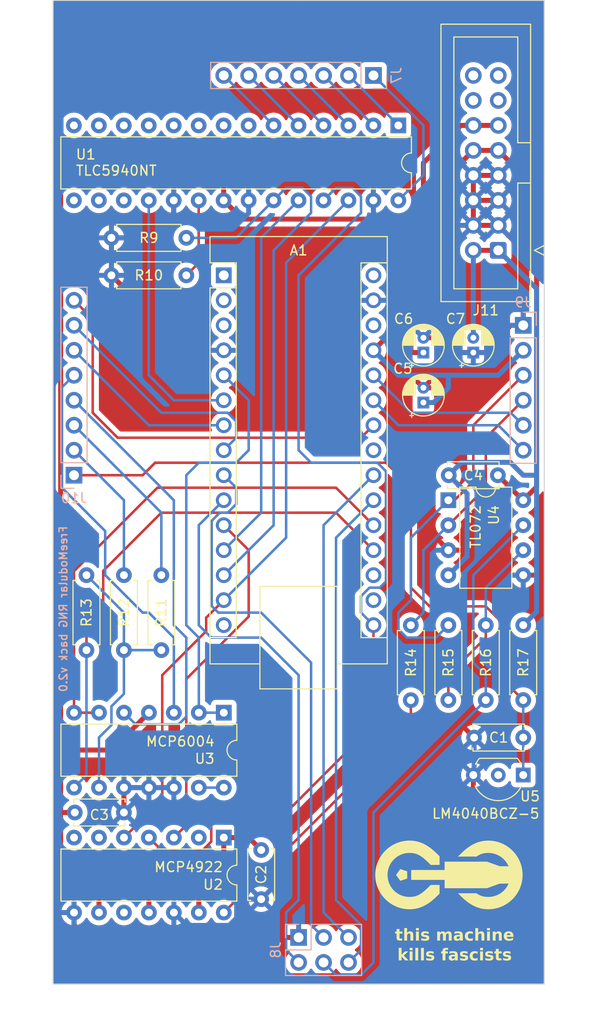
<source format=kicad_pcb>
(kicad_pcb (version 20221018) (generator pcbnew)
  (title_block (title "RNG") (date "2023-04-12") (rev "v2.0") (company "FreeModular"))
  (layers (0 "F.Cu" signal) (31 "B.Cu" signal) (34 "B.Paste" user) (35 "F.Paste" user) (36 "B.SilkS" user "B.Silkscreen") (37 "F.SilkS" user "F.Silkscreen") (38 "B.Mask" user) (39 "F.Mask" user) (44 "Edge.Cuts" user))
  (net 0 "")
  (net 4 "GND")
  (net 5 "CV_CLOCK")
  (net 6 "LED_PWM_REF")
  (net 7 "RE_B")
  (net 8 "RE_A")
  (net 9 "GATE_B_OUT")
  (net 10 "GATE_A_OUT")
  (net 11 "DAC_CS")
  (net 12 "LED_LATCH")
  (net 13 "LED_BLANK")
  (net 14 "SPI_MOSI")
  (net 16 "SPI_SCK")
  (net 19 "CV_BIAS")
  (net 20 "CV_ENABLE")
  (net 21 "ENABLED_LED")
  (net 22 "TRIG_IN_LED")
  (net 24 "RE_SWITCH")
  (net 25 "POT_RANDOM")
  (net 26 "+5V")
  (net 29 "VREF_-5")
  (net 30 "-12V")
  (net 31 "+12V")
  (net 32 "Net-(J7-Pin_1)")
  (net 33 "Net-(J7-Pin_2)")
  (net 34 "Net-(J7-Pin_3)")
  (net 35 "Net-(J7-Pin_4)")
  (net 36 "RANDOM_OUT")
  (net 37 "GAIN_B")
  (net 38 "GAIN_A")
  (net 39 "POT_BIAS")
  (net 40 "INPUT_CV_BIAS")
  (net 41 "INPUT_CV_ENABLE")
  (net 42 "INPUT_CV_CLOCK")
  (net 43 "Net-(J7-Pin_5)")
  (net 44 "Net-(J7-Pin_6)")
  (net 45 "Net-(J7-Pin_7)")
  (net 50 "Net-(U1-IREF)")
  (net 51 "Net-(U3C--)")
  (net 52 "DAC_OUT")
  (net 53 "Net-(U4B--)")
  (net 69 "Net-(U3D--)")
  (net 70 "TRIG_SWTICH")
  (footprint "Resistor_THT:R_Axial_DIN0207_L6.3mm_D2.5mm_P7.62mm_Horizontal" (layer "F.Cu") (at 36.83 109.22 -90)
    (fp_text reference "R11")
    (fp_text value "100kΩ")
  )
  (footprint "Capacitor_THT:C_Disc_D5.0mm_W2.5mm_P5.00mm" (layer "F.Cu") (at 71.08 99.06 180)
    (fp_text reference "C4")
    (fp_text value "100nF")
  )
  (footprint "Resistor_THT:R_Axial_DIN0207_L6.3mm_D2.5mm_P7.62mm_Horizontal" (layer "F.Cu") (at 29.21 109.22 -90)
    (fp_text reference "R13")
    (fp_text value "100kΩ")
  )
  (footprint "Package_TO_SOT_THT:TO-92L_Inline_Wide" (layer "F.Cu") (at 73.66 129.54 180)
    (fp_text reference "U5")
    (fp_text value "LM4040BCZ-5")
  )
  (footprint "Connector_IDC:IDC-Header_2x08_P2.54mm_Vertical" (layer "F.Cu") (at 71.12 76.2 180)
    (fp_text reference "J11")
    (fp_text value "Eurorack_2x8_Power")
  )
  (footprint "Resistor_THT:R_Axial_DIN0207_L6.3mm_D2.5mm_P7.62mm_Horizontal" (layer "F.Cu") (at 33.02 109.22 -90)
    (fp_text reference "R12")
    (fp_text value "100kΩ")
  )
  (footprint "Capacitor_THT:CP_Radial_D4.0mm_P1.50mm" (layer "F.Cu") (at 63.5 91.67 90)
    (fp_text reference "C5")
    (fp_text value "10uF")
  )
  (footprint "Module:Arduino_Nano" (layer "F.Cu") (at 43.18 78.74)
    (fp_text reference "A1")
    (fp_text value "Arduino_Nano_v3.x")
  )
  (footprint "Resistor_THT:R_Axial_DIN0207_L6.3mm_D2.5mm_P7.62mm_Horizontal" (layer "F.Cu") (at 39.37 78.74 180)
    (fp_text reference "R10")
    (fp_text value "100kΩ")
  )
  (footprint "Resistor_THT:R_Axial_DIN0207_L6.3mm_D2.5mm_P7.62mm_Horizontal" (layer "F.Cu") (at 73.66 114.3 -90)
    (fp_text reference "R17")
    (fp_text value "470Ω")
  )
  (footprint "Capacitor_THT:CP_Radial_D4.0mm_P1.50mm" (layer "F.Cu") (at 68.58 86.59 90)
    (fp_text reference "C7")
    (fp_text value "10uF")
  )
  (footprint "Package_DIP:DIP-14_W7.62mm" (layer "F.Cu") (at 43.185 123.2 -90)
    (fp_text reference "U3")
    (fp_text value "MCP6004")
  )
  (footprint "Package_DIP:DIP-14_W7.62mm" (layer "F.Cu") (at 43.185 135.9 -90)
    (fp_text reference "U2")
    (fp_text value "MCP4922")
  )
  (footprint "Resistor_THT:R_Axial_DIN0207_L6.3mm_D2.5mm_P7.62mm_Horizontal" (layer "F.Cu") (at 39.37 74.93 180)
    (fp_text reference "R9")
    (fp_text value "100kΩ")
  )
  (footprint "Package_DIP:DIP-8_W7.62mm" (layer "F.Cu") (at 66.04 101.6)
    (fp_text reference "U4")
    (fp_text value "TL072")
  )
  (footprint "Capacitor_THT:CP_Radial_D4.0mm_P1.50mm" (layer "F.Cu") (at 63.5 86.59 90)
    (fp_text reference "C6")
    (fp_text value "10uF")
  )
  (footprint "Capacitor_THT:C_Disc_D5.0mm_W2.5mm_P5.00mm" (layer "F.Cu") (at 73.66 125.73 180)
    (fp_text reference "C1")
    (fp_text value "100nF")
  )
  (footprint "FreeModualr:logo" (layer "F.Cu") (at 66.04 139.7)
    (fp_text reference "G***" hide)
    (fp_text value "LOGO" hide)
  )
  (footprint "Package_DIP:DIP-28_W7.62mm" (layer "F.Cu") (at 60.95 63.5 -90)
    (fp_text reference "U1")
    (fp_text value "TLC5940NT")
  )
  (footprint "Capacitor_THT:C_Disc_D5.0mm_W2.5mm_P5.00mm" (layer "F.Cu") (at 46.99 137.16 -90)
    (fp_text reference "C2")
    (fp_text value "100nF")
  )
  (footprint "Resistor_THT:R_Axial_DIN0207_L6.3mm_D2.5mm_P7.62mm_Horizontal" (layer "F.Cu") (at 69.85 114.3 -90)
    (fp_text reference "R16")
    (fp_text value "100kΩ")
  )
  (footprint "Capacitor_THT:C_Disc_D5.0mm_W2.5mm_P5.00mm" (layer "F.Cu") (at 28.02 133.35)
    (fp_text reference "C3")
    (fp_text value "100nF")
  )
  (footprint "Resistor_THT:R_Axial_DIN0207_L6.3mm_D2.5mm_P7.62mm_Horizontal" (layer "F.Cu") (at 62.22 121.93 90)
    (fp_text reference "R14")
    (fp_text value "50kΩ")
  )
  (footprint "Resistor_THT:R_Axial_DIN0207_L6.3mm_D2.5mm_P7.62mm_Horizontal" (layer "F.Cu") (at 66.04 114.3 -90)
    (fp_text reference "R15")
    (fp_text value "50kΩ")
  )
  (footprint "Connector_PinHeader_2.54mm:PinHeader_1x08_P2.54mm_Vertical" (layer "B.Cu") (at 27.94 99.06)
    (fp_text reference "J10")
    (fp_text value "Conn_01x08_Socket")
  )
  (footprint "Connector_PinHeader_2.54mm:PinHeader_1x07_P2.54mm_Vertical" (layer "B.Cu") (at 58.42 58.42 90)
    (fp_text reference "J7")
    (fp_text value "Conn_01x07_Socket")
  )
  (footprint "Connector_PinHeader_2.54mm:PinHeader_2x03_P2.54mm_Vertical" (layer "B.Cu") (at 50.8 146.05 -90)
    (fp_text reference "J8")
    (fp_text value "Conn_02x03_Socket")
  )
  (footprint "Connector_PinHeader_2.54mm:PinHeader_1x06_P2.54mm_Vertical" (layer "B.Cu") (at 73.66 83.82 180)
    (fp_text reference "J9")
    (fp_text value "Conn_01x06_Socket")
  )
  (gr_line (start 25.8 150.8) (end 75.8 150.8) (stroke (width 0.1)) (layer "Edge.Cuts"))
  (gr_line (start 25.8 50.8) (end 50.8 50.8) (stroke (width 0.1)) (layer "Edge.Cuts"))
  (gr_line (start 75.8 50.8) (end 75.8 150.8) (stroke (width 0.1)) (layer "Edge.Cuts"))
  (gr_line (start 50.8 50.8) (end 75.8 50.8) (stroke (width 0.1)) (layer "Edge.Cuts"))
  (gr_line (start 25.8 50.8) (end 25.8 150.8) (stroke (width 0.1)) (layer "Edge.Cuts"))
  (gr_text "FreeModular RNG back v2.0" (at 27.321537 104.14 90) (layer "B.SilkS") (effects (font (size 0.8 0.8) (thickness 0.15) bold) (justify left bottom mirror)))
  (gr_text "this machine\nkills fascists" (at 66.675 148.59) (layer "F.SilkS") (effects (font (size 1.2 1.2) (thickness 0.3) bold) (justify bottom)))
  (segment (start 71.12 85.09) (end 71.12 86.59) (width 0.508) (layer "F.Cu") (net 4))
  (segment (start 72.39 83.82) (end 71.12 85.09) (width 0.508) (layer "F.Cu") (net 4))
  (segment (start 63.412 149.948) (end 40.728 149.948) (width 0.508) (layer "F.Cu") (net 4))
  (segment (start 27.945 144.785) (end 29.21 146.05) (width 0.508) (layer "F.Cu") (net 4))
  (segment (start 71.12 73.66) (end 68.58 73.66) (width 0.508) (layer "F.Cu") (net 4))
  (segment (start 63.5 96.52) (end 67.31 92.71) (width 0.508) (layer "F.Cu") (net 4))
  (segment (start 73.66 83.82) (end 72.39 83.82) (width 0.508) (layer "F.Cu") (net 4))
  (segment (start 68.58 144.78) (end 63.412 149.948) (width 0.508) (layer "F.Cu") (net 4))
  (segment (start 29.21 146.05) (end 38.105 146.05) (width 0.508) (layer "F.Cu") (net 4))
  (segment (start 66.04 106.68) (end 63.5 104.14) (width 0.508) (layer "F.Cu") (net 4))
  (segment (start 38.1 72.39) (end 35.56 74.93) (width 0.508) (layer "F.Cu") (net 4))
  (segment (start 67.31 92.71) (end 71.12 88.9) (width 0.508) (layer "F.Cu") (net 4))
  (segment (start 73.66 76.2) (end 71.12 73.66) (width 0.508) (layer "F.Cu") (net 4))
  (segment (start 71.12 109.22) (end 68.58 106.68) (width 0.508) (layer "F.Cu") (net 4))
  (segment (start 71.12 86.59) (end 71.12 88.9) (width 0.508) (layer "F.Cu") (net 4))
  (segment (start 40.728 149.948) (end 38.1 147.32) (width 0.508) (layer "F.Cu") (net 4))
  (segment (start 68.58 71.12) (end 68.58 68.58) (width 0.508) (layer "F.Cu") (net 4))
  (segment (start 68.58 68.58) (end 71.12 68.58) (width 0.508) (layer "F.Cu") (net 4))
  (segment (start 68.58 129.54) (end 68.58 144.78) (width 0.508) (layer "F.Cu") (net 4))
  (segment (start 68.58 73.66) (end 68.58 71.12) (width 0.508) (layer "F.Cu") (net 4))
  (segment (start 63.5 104.14) (end 63.5 96.52) (width 0.508) (layer "F.Cu") (net 4))
  (segment (start 33.02 133.35) (end 33.02 130.825) (width 0.508) (layer "F.Cu") (net 4))
  (segment (start 39.37 86.36) (end 31.75 78.74) (width 0.508) (layer "F.Cu") (net 4))
  (segment (start 71.12 71.12) (end 68.58 71.12) (width 0.508) (layer "F.Cu") (net 4))
  (segment (start 38.1 147.32) (end 38.105 147.315) (width 0.508) (layer "F.Cu") (net 4))
  (segment (start 31.75 74.93) (end 31.75 78.74) (width 0.508) (layer "F.Cu") (net 4))
  (segment (start 63.5 90.17) (end 64.77 90.17) (width 0.508) (layer "F.Cu") (net 4))
  (segment (start 73.66 109.22) (end 71.12 109.22) (width 0.508) (layer "F.Cu") (net 4))
  (segment (start 50.8 146.05) (end 38.105 146.05) (width 0.508) (layer "F.Cu") (net 4))
  (segment (start 73.66 83.82) (end 73.66 76.2) (width 0.508) (layer "F.Cu") (net 4))
  (segment (start 63.5 85.09) (end 65.716 85.09) (width 0.508) (layer "F.Cu") (net 4))
  (segment (start 68.58 86.59) (end 71.12 86.59) (width 0.508) (layer "F.Cu") (net 4))
  (segment (start 65.716 85.09) (end 67.216 86.59) (width 0.508) (layer "F.Cu") (net 4))
  (segment (start 68.58 106.68) (end 66.04 106.68) (width 0.508) (layer "F.Cu") (net 4))
  (segment (start 43.18 86.36) (end 39.37 86.36) (width 0.508) (layer "F.Cu") (net 4))
  (segment (start 64.77 90.17) (end 67.31 92.71) (width 0.508) (layer "F.Cu") (net 4))
  (segment (start 35.56 74.93) (end 31.75 74.93) (width 0.508) (layer "F.Cu") (net 4))
  (segment (start 38.09 72.38) (end 38.1 72.39) (width 0.508) (layer "F.Cu") (net 4))
  (segment (start 67.216 86.59) (end 68.58 86.59) (width 0.508) (layer "F.Cu") (net 4))
  (segment (start 27.945 143.52) (end 27.945 144.785) (width 0.508) (layer "F.Cu") (net 4))
  (segment (start 33.02 130.825) (end 33.025 130.82) (width 0.508) (layer "F.Cu") (net 4))
  (segment (start 38.09 71.12) (end 38.09 72.38) (width 0.508) (layer "F.Cu") (net 4))
  (segment (start 38.105 143.52) (end 38.105 146.05) (width 0.508) (layer "F.Cu") (net 4))
  (segment (start 38.105 147.315) (end 38.105 146.05) (width 0.508) (layer "F.Cu") (net 4))
  (segment (start 58.42 81.28) (end 60.325 81.28) (width 0.508) (layer "B.Cu") (net 4))
  (segment (start 43.18 133.35) (end 39.37 133.35) (width 0.508) (layer "B.Cu") (net 4))
  (segment (start 71.755 109.855) (end 71.755 122.635) (width 0.508) (layer "B.Cu") (net 4))
  (segment (start 62.23 55.88) (end 66.04 59.69) (width 0.508) (layer "B.Cu") (net 4))
  (segment (start 38.1 68.58) (end 38.1 67.31) (width 0.508) (layer "B.Cu") (net 4))
  (segment (start 44.45 134.62) (end 44.445 134.62) (width 0.508) (layer "B.Cu") (net 4))
  (segment (start 43.726792 144.828) (end 44.493 144.061792) (width 0.508) (layer "B.Cu") (net 4))
  (segment (start 33.025 130.82) (end 35.565 130.82) (width 0.508) (layer "B.Cu") (net 4))
  (segment (start 26.622 64.722) (end 26.622 62.278) (width 0.508) (layer "B.Cu") (net 4))
  (segment (start 29.21 67.31) (end 26.622 64.722) (width 0.508) (layer "B.Cu") (net 4))
  (segment (start 45.72 68.58) (end 44.45 67.31) (width 0.508) (layer "B.Cu") (net 4))
  (segment (start 26.622 62.278) (end 33.02 55.88) (width 0.508) (layer "B.Cu") (net 4))
  (segment (start 44.493 142.24) (end 44.573 142.16) (width 0.508) (layer "B.Cu") (net 4))
  (segment (start 44.45 67.31) (end 38.1 67.31) (width 0.508) (layer "B.Cu") (net 4))
  (segment (start 38.105 132.075) (end 38.1 132.08) (width 0.508) (layer "B.Cu") (net 4))
  (segment (start 68.66 125.73) (end 68.66 129.46) (width 0.508) (layer "B.Cu") (net 4))
  (segment (start 44.493 134.663) (end 44.45 134.62) (width 0.508) (layer "B.Cu") (net 4))
  (segment (start 66.04 59.69) (end 66.04 66.04) (width 0.508) (layer "B.Cu") (net 4))
  (segment (start 45.71 71.12) (end 45.71 69.84) (width 0.508) (layer "B.Cu") (net 4))
  (segment (start 64.77 73.66) (end 63.5 73.66) (width 0.508) (layer "B.Cu") (net 4))
  (segment (start 38.09 71.12) (end 38.09 68.59) (width 0.508) (layer "B.Cu") (net 4))
  (segment (start 38.09 68.59) (end 38.1 68.58) (width 0.508) (layer "B.Cu") (net 4))
  (segment (start 35.565 130.82) (end 38.105 130.82) (width 0.508) (layer "B.Cu") (net 4))
  (segment (start 63.5 78.105) (end 63.5 73.66) (width 0.508) (layer "B.Cu") (net 4))
  (segment (start 36.83 67.31) (end 29.21 67.31) (width 0.508) (layer "B.Cu") (net 4))
  (segment (start 39.37 133.35) (end 38.1 132.08) (width 0.508) (layer "B.Cu") (net 4))
  (segment (start 73.66 109.22) (end 72.39 109.22) (width 0.508) (layer "B.Cu") (net 4))
  (segment (start 58.41 71.12) (end 58.41 72.38) (width 0.508) (layer "B.Cu") (net 4))
  (segment (start 38.105 143.52) (end 39.413 144.828) (width 0.508) (layer "B.Cu") (net 4))
  (segment (start 38.105 130.82) (end 38.105 132.075) (width 0.508) (layer "B.Cu") (net 4))
  (segment (start 44.493 142.24) (end 44.493 134.663) (width 0.508) (layer "B.Cu") (net 4))
  (segment (start 44.573 142.16) (end 46.99 142.16) (width 0.508) (layer "B.Cu") (net 4))
  (segment (start 44.45 134.62) (end 43.18 133.35) (width 0.508) (layer "B.Cu") (net 4))
  (segment (start 66.04 66.04) (end 68.58 68.58) (width 0.508) (layer "B.Cu") (net 4))
  (segment (start 59.69 73.66) (end 63.5 73.66) (width 0.508) (layer "B.Cu") (net 4))
  (segment (start 38.1 67.31) (end 36.83 67.31) (width 0.508) (layer "B.Cu") (net 4))
  (segment (start 58.41 72.38) (end 59.69 73.66) (width 0.508) (layer "B.Cu") (net 4))
  (segment (start 68.58 73.66) (end 64.77 73.66) (width 0.508) (layer "B.Cu") (net 4))
  (segment (start 60.325 81.28) (end 63.5 78.105) (width 0.508) (layer "B.Cu") (net 4))
  (segment (start 44.493 144.061792) (end 44.493 142.24) (width 0.508) (layer "B.Cu") (net 4))
  (segment (start 39.413 144.828) (end 43.726792 144.828) (width 0.508) (layer "B.Cu") (net 4))
  (segment (start 45.71 71.12) (end 45.71 68.59) (width 0.508) (layer "B.Cu") (net 4))
  (segment (start 45.71 68.59) (end 45.72 68.58) (width 0.508) (layer "B.Cu") (net 4))
  (segment (start 33.02 55.88) (end 62.23 55.88) (width 0.508) (layer "B.Cu") (net 4))
  (segment (start 68.66 129.46) (end 68.58 129.54) (width 0.508) (layer "B.Cu") (net 4))
  (segment (start 71.755 122.635) (end 68.66 125.73) (width 0.508) (layer "B.Cu") (net 4))
  (segment (start 72.39 109.22) (end 71.755 109.855) (width 0.508) (layer "B.Cu") (net 4))
  (segment (start 43.185 123.2) (end 40.645 123.2) (width 0.254) (layer "B.Cu") (net 5))
  (segment (start 43.18 88.9) (end 45.72 91.44) (width 0.254) (layer "B.Cu") (net 5))
  (segment (start 40.64 115.57) (end 40.645 115.57) (width 0.254) (layer "B.Cu") (net 5))
  (segment (start 39.37 99.06) (end 39.37 114.3) (width 0.254) (layer "B.Cu") (net 5))
  (segment (start 40.645 115.57) (end 40.645 123.2) (width 0.254) (layer "B.Cu") (net 5))
  (segment (start 45.72 91.44) (end 45.72 96.52) (width 0.254) (layer "B.Cu") (net 5))
  (segment (start 44.45 97.79) (end 40.64 97.79) (width 0.254) (layer "B.Cu") (net 5))
  (segment (start 39.37 114.3) (end 40.64 115.57) (width 0.254) (layer "B.Cu") (net 5))
  (segment (start 45.72 96.52) (end 44.45 97.79) (width 0.254) (layer "B.Cu") (net 5))
  (segment (start 40.64 97.79) (end 39.37 99.06) (width 0.254) (layer "B.Cu") (net 5))
  (segment (start 35.55 88.89) (end 35.55 71.12) (width 0.254) (layer "B.Cu") (net 6))
  (segment (start 43.18 91.44) (end 38.1 91.44) (width 0.254) (layer "B.Cu") (net 6))
  (segment (start 38.1 91.44) (end 35.55 88.89) (width 0.254) (layer "B.Cu") (net 6))
  (segment (start 35.56 93.98) (end 27.94 86.36) (width 0.254) (layer "B.Cu") (net 7))
  (segment (start 43.18 93.98) (end 35.56 93.98) (width 0.254) (layer "B.Cu") (net 7))
  (segment (start 44.45 93.579813) (end 43.580187 92.71) (width 0.254) (layer "B.Cu") (net 8))
  (segment (start 36.83 92.71) (end 27.94 83.82) (width 0.254) (layer "B.Cu") (net 8))
  (segment (start 43.580187 92.71) (end 36.83 92.71) (width 0.254) (layer "B.Cu") (net 8))
  (segment (start 43.18 96.52) (end 44.45 95.25) (width 0.254) (layer "B.Cu") (net 8))
  (segment (start 44.45 95.25) (end 44.45 93.579813) (width 0.254) (layer "B.Cu") (net 8))
  (segment (start 46.99 113.03) (end 42.62842 113.03) (width 0.254) (layer "B.Cu") (net 9))
  (segment (start 41.95171 112.35329) (end 41.95171 103.698103) (width 0.254) (layer "B.Cu") (net 9))
  (segment (start 52.07 118.11) (end 46.99 113.03) (width 0.254) (layer "B.Cu") (net 9))
  (segment (start 53.34 146.05) (end 52.07 144.78) (width 0.254) (layer "B.Cu") (net 9))
  (segment (start 42.779813 102.87) (end 43.580187 102.87) (width 0.254) (layer "B.Cu") (net 9))
  (segment (start 41.95171 103.698103) (end 42.779813 102.87) (width 0.254) (layer "B.Cu") (net 9))
  (segment (start 43.580187 102.87) (end 44.45 102.000187) (width 0.254) (layer "B.Cu") (net 9))
  (segment (start 42.62842 113.03) (end 41.95171 112.35329) (width 0.254) (layer "B.Cu") (net 9))
  (segment (start 44.45 100.33) (end 43.18 99.06) (width 0.254) (layer "B.Cu") (net 9))
  (segment (start 44.45 102.000187) (end 44.45 100.33) (width 0.254) (layer "B.Cu") (net 9))
  (segment (start 52.07 144.78) (end 52.07 118.11) (width 0.254) (layer "B.Cu") (net 9))
  (segment (start 50.8 142.24) (end 49.53 143.51) (width 0.254) (layer "B.Cu") (net 10))
  (segment (start 50.8 119.38) (end 50.8 142.24) (width 0.254) (layer "B.Cu") (net 10))
  (segment (start 41.91 115.57) (end 46.99 115.57) (width 0.254) (layer "B.Cu") (net 10))
  (segment (start 49.53 143.51) (end 49.53 147.32) (width 0.254) (layer "B.Cu") (net 10))
  (segment (start 40.64 114.3) (end 41.91 115.57) (width 0.254) (layer "B.Cu") (net 10))
  (segment (start 40.64 104.14) (end 40.64 114.3) (width 0.254) (layer "B.Cu") (net 10))
  (segment (start 46.99 115.57) (end 50.8 119.38) (width 0.254) (layer "B.Cu") (net 10))
  (segment (start 43.18 101.6) (end 40.64 104.14) (width 0.254) (layer "B.Cu") (net 10))
  (segment (start 49.53 147.32) (end 50.8 148.59) (width 0.254) (layer "B.Cu") (net 10))
  (segment (start 39.37 134.635) (end 39.37 119.780187) (width 0.254) (layer "F.Cu") (net 11))
  (segment (start 45.72 106.68) (end 43.18 104.14) (width 0.254) (layer "F.Cu") (net 11))
  (segment (start 45.72 113.430187) (end 45.72 106.68) (width 0.254) (layer "F.Cu") (net 11))
  (segment (start 39.37 119.780187) (end 45.72 113.430187) (width 0.254) (layer "F.Cu") (net 11))
  (segment (start 38.105 135.9) (end 39.37 134.635) (width 0.254) (layer "F.Cu") (net 11))
  (segment (start 46.99 74.92) (end 50.79 71.12) (width 0.254) (layer "B.Cu") (net 12))
  (segment (start 46.99 102.87) (end 46.99 74.92) (width 0.254) (layer "B.Cu") (net 12))
  (segment (start 43.18 106.68) (end 46.99 102.87) (width 0.254) (layer "B.Cu") (net 12))
  (segment (start 43.18 109.22) (end 48.26 104.14) (width 0.254) (layer "B.Cu") (net 13))
  (segment (start 48.26 104.14) (end 48.26 76.2) (width 0.254) (layer "B.Cu") (net 13))
  (segment (start 52.07 72.39) (end 52.07 70.729813) (width 0.254) (layer "B.Cu") (net 13))
  (segment (start 51.190187 69.85) (end 49.52 69.85) (width 0.254) (layer "B.Cu") (net 13))
  (segment (start 44.45 74.92) (end 44.45 74.93) (width 0.254) (layer "B.Cu") (net 13))
  (segment (start 48.26 76.2) (end 52.07 72.39) (width 0.254) (layer "B.Cu") (net 13))
  (segment (start 49.52 69.85) (end 48.25 71.12) (width 0.254) (layer "B.Cu") (net 13))
  (segment (start 48.25 71.12) (end 44.45 74.92) (width 0.254) (layer "B.Cu") (net 13))
  (segment (start 44.45 74.93) (end 39.37 74.93) (width 0.254) (layer "B.Cu") (net 13))
  (segment (start 52.07 70.729813) (end 51.190187 69.85) (width 0.254) (layer "B.Cu") (net 13))
  (segment (start 36.924 119.38) (end 36.924 132.001) (width 0.254) (layer "F.Cu") (net 14))
  (segment (start 43.18 111.76) (end 41.392407 113.547593) (width 0.254) (layer "F.Cu") (net 14))
  (segment (start 41.392407 113.547593) (end 41.392407 114.911593) (width 0.254) (layer "F.Cu") (net 14))
  (segment (start 41.392407 114.911593) (end 36.924 119.38) (width 0.254) (layer "F.Cu") (net 14))
  (segment (start 36.924 132.001) (end 33.025 135.9) (width 0.254) (layer "F.Cu") (net 14))
  (segment (start 49.53 77.46) (end 55.87 71.12) (width 0.254) (layer "B.Cu") (net 14))
  (segment (start 49.53 105.41) (end 49.53 77.46) (width 0.254) (layer "B.Cu") (net 14))
  (segment (start 43.18 111.76) (end 49.53 105.41) (width 0.254) (layer "B.Cu") (net 14))
  (segment (start 35.565 135.9) (end 36.825 137.16) (width 0.254) (layer "F.Cu") (net 16))
  (segment (start 38.1 137.16) (end 38.515187 137.16) (width 0.254) (layer "F.Cu") (net 16))
  (segment (start 41.91 134.62) (end 41.91 136.305187) (width 0.254) (layer "F.Cu") (net 16))
  (segment (start 36.825 137.16) (end 36.83 137.16) (width 0.254) (layer "F.Cu") (net 16))
  (segment (start 43.18 133.35) (end 41.91 134.62) (width 0.254) (layer "F.Cu") (net 16))
  (segment (start 36.83 137.16) (end 38.1 137.16) (width 0.254) (layer "F.Cu") (net 16))
  (segment (start 41.91 136.305187) (end 41.055187 137.16) (width 0.254) (layer "F.Cu") (net 16))
  (segment (start 58.42 124.46) (end 49.53 133.35) (width 0.254) (layer "F.Cu") (net 16))
  (segment (start 41.055187 137.16) (end 38.1 137.16) (width 0.254) (layer "F.Cu") (net 16))
  (segment (start 58.42 114.3) (end 58.42 124.46) (width 0.254) (layer "F.Cu") (net 16))
  (segment (start 49.53 133.35) (end 43.18 133.35) (width 0.254) (layer "F.Cu") (net 16))
  (segment (start 57.15 70.729813) (end 57.15 72.39) (width 0.254) (layer "B.Cu") (net 16))
  (segment (start 57.15 72.39) (end 50.8 78.74) (width 0.254) (layer "B.Cu") (net 16))
  (segment (start 57.15 111.359813) (end 57.15 113.03) (width 0.254) (layer "B.Cu") (net 16))
  (segment (start 54.6 69.85) (end 56.270187 69.85) (width 0.254) (layer "B.Cu") (net 16))
  (segment (start 52.07 97.79) (end 58.820187 97.79) (width 0.254) (layer "B.Cu") (net 16))
  (segment (start 59.055 110.49) (end 58.019813 110.49) (width 0.254) (layer "B.Cu") (net 16))
  (segment (start 50.8 78.74) (end 50.8 96.52) (width 0.254) (layer "B.Cu") (net 16))
  (segment (start 50.8 96.52) (end 52.07 97.79) (width 0.254) (layer "B.Cu") (net 16))
  (segment (start 53.33 71.12) (end 54.6 69.85) (width 0.254) (layer "B.Cu") (net 16))
  (segment (start 59.69 109.855) (end 59.055 110.49) (width 0.254) (layer "B.Cu") (net 16))
  (segment (start 58.019813 110.49) (end 57.15 111.359813) (width 0.254) (layer "B.Cu") (net 16))
  (segment (start 56.270187 69.85) (end 57.15 70.729813) (width 0.254) (layer "B.Cu") (net 16))
  (segment (start 57.15 113.03) (end 58.42 114.3) (width 0.254) (layer "B.Cu") (net 16))
  (segment (start 58.820187 97.79) (end 59.69 98.659813) (width 0.254) (layer "B.Cu") (net 16))
  (segment (start 59.69 98.659813) (end 59.69 109.855) (width 0.254) (layer "B.Cu") (net 16))
  (segment (start 30.914907 112.595093) (end 29.21 114.3) (width 0.254) (layer "F.Cu") (net 19))
  (segment (start 29.21 114.3) (end 29.21 116.84) (width 0.254) (layer "F.Cu") (net 19))
  (segment (start 58.42 106.68) (end 54.61 102.87) (width 0.254) (layer "F.Cu") (net 19))
  (segment (start 30.914907 108.785093) (end 30.914907 112.595093) (width 0.254) (layer "F.Cu") (net 19))
  (segment (start 36.83 102.87) (end 30.914907 108.785093) (width 0.254) (layer "F.Cu") (net 19))
  (segment (start 54.61 102.87) (end 36.83 102.87) (width 0.254) (layer "F.Cu") (net 19))
  (segment (start 27.945 130.82) (end 29.21 129.555) (width 0.254) (layer "B.Cu") (net 19))
  (segment (start 29.21 129.555) (end 29.21 116.84) (width 0.254) (layer "B.Cu") (net 19))
  (segment (start 58.42 104.14) (end 54.61 100.33) (width 0.254) (layer "F.Cu") (net 20))
  (segment (start 27.945 109.225) (end 27.945 123.2) (width 0.254) (layer "F.Cu") (net 20))
  (segment (start 36.429814 100.33) (end 27.94 108.819813) (width 0.254) (layer "F.Cu") (net 20))
  (segment (start 54.61 100.33) (end 36.429814 100.33) (width 0.254) (layer "F.Cu") (net 20))
  (segment (start 27.945 123.2) (end 30.485 123.2) (width 0.254) (layer "F.Cu") (net 20))
  (segment (start 27.94 109.22) (end 27.945 109.225) (width 0.254) (layer "F.Cu") (net 20))
  (segment (start 27.94 108.819813) (end 27.94 109.22) (width 0.254) (layer "F.Cu") (net 20))
  (segment (start 57.15 147.32) (end 57.15 144.78) (width 0.254) (layer "B.Cu") (net 21))
  (segment (start 54.61 142.24) (end 54.61 105.41) (width 0.254) (layer "B.Cu") (net 21))
  (segment (start 55.88 148.59) (end 57.15 147.32) (width 0.254) (layer "B.Cu") (net 21))
  (segment (start 54.61 105.41) (end 58.42 101.6) (width 0.254) (layer "B.Cu") (net 21))
  (segment (start 57.15 144.78) (end 54.61 142.24) (width 0.254) (layer "B.Cu") (net 21))
  (segment (start 55.88 146.05) (end 53.34 143.51) (width 0.254) (layer "B.Cu") (net 22))
  (segment (start 53.34 143.51) (end 53.34 104.14) (width 0.254) (layer "B.Cu") (net 22))
  (segment (start 53.34 104.14) (end 58.42 99.06) (width 0.254) (layer "B.Cu") (net 22))
  (segment (start 32.385 95.25) (end 29.845 92.71) (width 0.254) (layer "F.Cu") (net 24))
  (segment (start 58.42 93.98) (end 57.15 95.25) (width 0.254) (layer "F.Cu") (net 24))
  (segment (start 29.845 83.185) (end 27.94 81.28) (width 0.254) (layer "F.Cu") (net 24))
  (segment (start 29.845 92.71) (end 29.845 83.185) (width 0.254) (layer "F.Cu") (net 24))
  (segment (start 57.15 95.25) (end 32.385 95.25) (width 0.254) (layer "F.Cu") (net 24))
  (segment (start 73.66 93.98) (end 72.39 92.71) (width 0.254) (layer "B.Cu") (net 25))
  (segment (start 72.39 92.71) (end 62.23 92.71) (width 0.254) (layer "B.Cu") (net 25))
  (segment (start 62.23 92.71) (end 58.42 88.9) (width 0.254) (layer "B.Cu") (net 25))
  (segment (start 60.325 76.835) (end 60.325 76.2) (width 0.508) (layer "F.Cu") (net 26))
  (segment (start 27.94 140.97) (end 27.9375 140.9725) (width 0.508) (layer "F.Cu") (net 26))
  (segment (start 43.17 71.12) (end 43.17 69.225) (width 0.508) (layer "F.Cu") (net 26))
  (segment (start 28.575 67.945) (end 26.582 69.938) (width 0.508) (layer "F.Cu") (net 26))
  (segment (start 71.12 63.5) (end 68.58 63.5) (width 0.508) (layer "F.Cu") (net 26))
  (segment (start 60.325 73.025) (end 45.075 73.025) (width 0.508) (layer "F.Cu") (net 26))
  (segment (start 35.565 140.975) (end 35.56 140.97) (width 0.508) (layer "F.Cu") (net 26))
  (segment (start 58.42 86.36) (end 60.325 84.455) (width 0.508) (layer "F.Cu") (net 26))
  (segment (start 26.582 127) (end 26.582 133.35) (width 0.508) (layer "F.Cu") (net 26))
  (segment (start 30.485 140.975) (end 30.48 140.97) (width 0.508) (layer "F.Cu") (net 26))
  (segment (start 35.565 123.2) (end 33.035 125.73) (width 0.508) (layer "F.Cu") (net 26))
  (segment (start 33.02 125.73) (end 31.75 127) (width 0.508) (layer "F.Cu") (net 26))
  (segment (start 28.02 133.35) (end 26.582 133.35) (width 0.508) (layer "F.Cu") (net 26))
  (segment (start 35.56 140.97) (end 30.48 140.97) (width 0.508) (layer "F.Cu") (net 26))
  (segment (start 60.325 73.025) (end 60.325 76.835) (width 0.508) (layer "F.Cu") (net 26))
  (segment (start 43.18 69.215) (end 41.91 67.945) (width 0.508) (layer "F.Cu") (net 26))
  (segment (start 38.1 140.97) (end 40.64 140.97) (width 0.508) (layer "F.Cu") (net 26))
  (segment (start 43.17 69.225) (end 43.18 69.215) (width 0.508) (layer "F.Cu") (net 26))
  (segment (start 38.1 140.97) (end 35.56 140.97) (width 0.508) (layer "F.Cu") (net 26))
  (segment (start 40.645 143.52) (end 40.645 140.975) (width 0.508) (layer "F.Cu") (net 26))
  (segment (start 26.582 69.938) (end 26.582 127) (width 0.508) (layer "F.Cu") (net 26))
  (segment (start 73.43 86.59) (end 73.66 86.36) (width 0.508) (layer "F.Cu") (net 26))
  (segment (start 46.99 137.16) (end 45.72 135.89) (width 0.508) (layer "F.Cu") (net 26))
  (segment (start 30.485 143.52) (end 30.485 140.975) (width 0.508) (layer "F.Cu") (net 26))
  (segment (start 45.71 135.9) (end 43.185 135.9) (width 0.508) (layer "F.Cu") (net 26))
  (segment (start 63.5 71.12) (end 63.5 70.485) (width 0.508) (layer "F.Cu") (net 26))
  (segment (start 26.582 139.617) (end 27.9375 140.9725) (width 0.508) (layer "F.Cu") (net 26))
  (segment (start 43.185 138.425) (end 40.64 140.97) (width 0.508) (layer "F.Cu") (net 26))
  (segment (start 26.582 133.35) (end 26.582 139.617) (width 0.508) (layer "F.Cu") (net 26))
  (segment (start 43.185 135.9) (end 43.185 138.425) (width 0.508) (layer "F.Cu") (net 26))
  (segment (start 68.58 63.5) (end 67.31 63.5) (width 0.508) (layer "F.Cu") (net 26))
  (segment (start 60.325 84.455) (end 60.325 76.835) (width 0.508) (layer "F.Cu") (net 26))
  (segment (start 63.5 70.485) (end 63.5 67.31) (width 0.508) (layer "F.Cu") (net 26))
  (segment (start 61.595 73.025) (end 60.325 73.025) (width 0.508) (layer "F.Cu") (net 26))
  (segment (start 31.75 127) (end 26.582 127) (width 0.508) (layer "F.Cu") (net 26))
  (segment (start 61.595 73.025) (end 63.5 71.12) (width 0.508) (layer "F.Cu") (net 26))
  (segment (start 33.035 125.73) (end 33.02 125.73) (width 0.508) (layer "F.Cu") (net 26))
  (segment (start 38.1 140.975) (end 38.1 140.97) (width 0.508) (layer "F.Cu") (net 26))
  (segment (start 67.31 63.5) (end 63.5 67.31) (width 0.508) (layer "F.Cu") (net 26))
  (segment (start 35.565 143.52) (end 35.565 140.975) (width 0.508) (layer "F.Cu") (net 26))
  (segment (start 45.075 73.025) (end 43.17 71.12) (width 0.508) (layer "F.Cu") (net 26))
  (segment (start 45.72 135.89) (end 45.71 135.9) (width 0.508) (layer "F.Cu") (net 26))
  (segment (start 41.91 67.945) (end 28.575 67.945) (width 0.508) (layer "F.Cu") (net 26))
  (segment (start 30.48 140.97) (end 27.94 140.97) (width 0.508) (layer "F.Cu") (net 26))
  (segment (start 40.645 140.975) (end 40.64 140.97) (width 0.508) (layer "F.Cu") (net 26))
  (segment (start 63.5 91.67) (end 64.54 91.67) (width 0.508) (layer "B.Cu") (net 26))
  (segment (start 66.04 90.17) (end 66.04 88.9) (width 0.508) (layer "B.Cu") (net 26))
  (segment (start 66.04 88.9) (end 60.96 88.9) (width 0.508) (layer "B.Cu") (net 26))
  (segment (start 73.66 86.36) (end 71.12 88.9) (width 0.508) (layer "B.Cu") (net 26))
  (segment (start 64.54 91.67) (end 66.04 90.17) (width 0.508) (layer "B.Cu") (net 26))
  (segment (start 71.12 88.9) (end 66.04 88.9) (width 0.508) (layer "B.Cu") (net 26))
  (segment (start 60.96 88.9) (end 58.42 86.36) (width 0.508) (layer "B.Cu") (net 26))
  (segment (start 62.23 110.49) (end 64.135 112.395) (width 0.254) (layer "F.Cu") (net 29))
  (segment (start 69.85 112.395) (end 71.755 114.3) (width 0.254) (layer "F.Cu") (net 29))
  (segment (start 34.925 99.06) (end 36.195 97.79) (width 0.254) (layer "F.Cu") (net 29))
  (segment (start 62.23 100.33) (end 62.23 110.49) (width 0.254) (layer "F.Cu") (net 29))
  (segment (start 64.135 112.395) (end 69.85 112.395) (width 0.254) (layer "F.Cu") (net 29))
  (segment (start 71.755 114.3) (end 71.755 120.015) (width 0.254) (layer "F.Cu") (net 29))
  (segment (start 27.94 99.06) (end 34.925 99.06) (width 0.254) (layer "F.Cu") (net 29))
  (segment (start 71.755 120.015) (end 73.66 121.92) (width 0.254) (layer "F.Cu") (net 29))
  (segment (start 59.69 97.79) (end 62.23 100.33) (width 0.254) (layer "F.Cu") (net 29))
  (segment (start 36.195 97.79) (end 59.69 97.79) (width 0.254) (layer "F.Cu") (net 29))
  (segment (start 73.66 125.73) (end 73.66 121.92) (width 0.254) (layer "B.Cu") (net 29))
  (segment (start 73.66 129.54) (end 73.66 125.73) (width 0.254) (layer "B.Cu") (net 29))
  (segment (start 68.58 76.2) (end 71.12 76.2) (width 0.508) (layer "F.Cu") (net 30))
  (segment (start 75.018 100.33) (end 75.018 99.06) (width 0.508) (layer "B.Cu") (net 30))
  (segment (start 75.018 96.52) (end 75.018 97.702) (width 0.508) (layer "B.Cu") (net 30))
  (segment (start 72.352 97.752) (end 73.66 99.06) (width 0.508) (layer "B.Cu") (net 30))
  (segment (start 67.388 97.752) (end 72.352 97.752) (width 0.508) (layer "B.Cu") (net 30))
  (segment (start 71.12 76.2) (end 75.018 80.098) (width 0.508) (layer "B.Cu") (net 30))
  (segment (start 75.018 80.098) (end 75.018 96.52) (width 0.508) (layer "B.Cu") (net 30))
  (segment (start 67.6475 100.6275) (end 67.945 100.925) (width 0.508) (layer "B.Cu") (net 30))
  (segment (start 67.945 107.315) (end 66.04 109.22) (width 0.508) (layer "B.Cu") (net 30))
  (segment (start 67.945 100.925) (end 67.945 102.87) (width 0.508) (layer "B.Cu") (net 30))
  (segment (start 68.58 85.09) (end 68.58 76.2) (width 0.508) (layer "B.Cu") (net 30))
  (segment (start 75.018 100.33) (end 75.018 112.942) (width 0.508) (layer "B.Cu") (net 30))
  (segment (start 66.08 99.06) (end 67.388 97.752) (width 0.508) (layer "B.Cu") (net 30))
  (segment (start 67.945 102.87) (end 67.945 107.315) (width 0.508) (layer "B.Cu") (net 30))
  (segment (start 73.66 99.06) (end 75.018 99.06) (width 0.508) (layer "B.Cu") (net 30))
  (segment (start 66.08 99.06) (end 67.6475 100.6275) (width 0.508) (layer "B.Cu") (net 30))
  (segment (start 75.018 112.942) (end 73.66 114.3) (width 0.508) (layer "B.Cu") (net 30))
  (segment (start 75.018 99.06) (end 75.018 96.52) (width 0.508) (layer "B.Cu") (net 30))
  (segment (start 62.392 86.59) (end 63.5 86.59) (width 0.508) (layer "F.Cu") (net 31))
  (segment (start 74.93 100.35) (end 74.93 100.33) (width 0.508) (layer "F.Cu") (net 31))
  (segment (start 73.66 101.6) (end 73.62 101.6) (width 0.508) (layer "F.Cu") (net 31))
  (segment (start 68.58 66.04) (end 71.12 66.04) (width 0.508) (layer "F.Cu") (net 31))
  (segment (start 62.23 86.428) (end 62.392 86.59) (width 0.508) (layer "F.Cu") (net 31))
  (segment (start 62.23 84.793051) (end 62.23 86.428) (width 0.508) (layer "F.Cu") (net 31))
  (segment (start 66.675 67.945) (end 66.675 80.348051) (width 0.508) (layer "F.Cu") (net 31))
  (segment (start 75.018 100.242) (end 75.018 69.938) (width 0.508) (layer "F.Cu") (net 31))
  (segment (start 74.93 100.33) (end 75.018 100.242) (width 0.508) (layer "F.Cu") (net 31))
  (segment (start 73.62 101.6) (end 71.08 99.06) (width 0.508) (layer "F.Cu") (net 31))
  (segment (start 75.018 69.938) (end 71.12 66.04) (width 0.508) (layer "F.Cu") (net 31))
  (segment (start 66.675 80.348051) (end 62.23 84.793051) (width 0.508) (layer "F.Cu") (net 31))
  (segment (start 73.66 101.6) (end 75.018 100.242) (width 0.508) (layer "F.Cu") (net 31))
  (segment (start 68.58 66.04) (end 66.675 67.945) (width 0.508) (layer "F.Cu") (net 31))
  (segment (start 58.425 58.42) (end 60.9625 60.9575) (width 0.254) (layer "B.Cu") (net 32))
  (segment (start 63.49 68.58) (end 63.5 68.58) (width 0.254) (layer "B.Cu") (net 32))
  (segment (start 60.95 71.12) (end 63.49 68.58) (width 0.254) (layer "B.Cu") (net 32))
  (segment (start 60.9625 60.9575) (end 62.23 62.225) (width 0.254) (layer "B.Cu") (net 32))
  (segment (start 60.9625 60.9625) (end 60.9625 60.9575) (width 0.254) (layer "B.Cu") (net 32))
  (segment (start 63.5 63.5) (end 60.9625 60.9625) (width 0.254) (layer "B.Cu") (net 32))
  (segment (start 63.5 68.58) (end 63.5 63.5) (width 0.254) (layer "B.Cu") (net 32))
  (segment (start 60.955 63.485) (end 55.885 58.415) (width 0.254) (layer "B.Cu") (net 33))
  (segment (start 58.415 63.495) (end 53.345 58.425) (width 0.254) (layer "B.Cu") (net 34))
  (segment (start 55.875 63.495) (end 50.805 58.425) (width 0.254) (layer "B.Cu") (net 35))
  (segment (start 69.85 121.92) (end 69.85 119.38) (width 0.254) (layer "B.Cu") (net 36))
  (segment (start 58.42 133.35) (end 69.85 121.92) (width 0.254) (layer "B.Cu") (net 36))
  (segment (start 69.85 119.38) (end 68.58 118.11) (width 0.254) (layer "B.Cu") (net 36))
  (segment (start 54.61 149.86) (end 57.15 149.86) (width 0.254) (layer "B.Cu") (net 36))
  (segment (start 53.34 148.59) (end 54.61 149.86) (width 0.254) (layer "B.Cu") (net 36))
  (segment (start 58.42 148.59) (end 58.42 133.35) (width 0.254) (layer "B.Cu") (net 36))
  (segment (start 57.15 149.86) (end 58.42 148.59) (width 0.254) (layer "B.Cu") (net 36))
  (segment (start 68.58 118.11) (end 68.58 109.22) (width 0.254) (layer "B.Cu") (net 36))
  (segment (start 68.58 109.22) (end 73.66 104.14) (width 0.254) (layer "B.Cu") (net 36))
  (segment (start 73.66 88.9) (end 68.58 93.98) (width 0.254) (layer "F.Cu") (net 37))
  (segment (start 66.675 101.6) (end 68.58 99.695) (width 0.254) (layer "F.Cu") (net 37))
  (segment (start 68.58 93.98) (end 68.58 96.52) (width 0.254) (layer "F.Cu") (net 37))
  (segment (start 66.04 101.6) (end 66.675 101.6) (width 0.254) (layer "F.Cu") (net 37))
  (segment (start 68.58 99.695) (end 68.58 96.52) (width 0.254) (layer "F.Cu") (net 37))
  (segment (start 60.96 113.03) (end 62.23 111.76) (width 0.254) (layer "B.Cu") (net 37))
  (segment (start 66.04 114.3) (end 64.77 115.57) (width 0.254) (layer "B.Cu") (net 37))
  (segment (start 62.23 105.41) (end 62.23 105.43) (width 0.254) (layer "B.Cu") (net 37))
  (segment (start 61.809813 115.57) (end 60.96 114.720187) (width 0.254) (layer "B.Cu") (net 37))
  (segment (start 64.77 115.57) (end 61.809813 115.57) (width 0.254) (layer "B.Cu") (net 37))
  (segment (start 66.04 101.6) (end 62.23 105.41) (width 0.254) (layer "B.Cu") (net 37))
  (segment (start 60.96 114.720187) (end 60.96 113.03) (width 0.254) (layer "B.Cu") (net 37))
  (segment (start 62.23 111.76) (end 62.23 105.43) (width 0.254) (layer "B.Cu") (net 37))
  (segment (start 69.85 100.33) (end 66.04 104.14) (width 0.254) (layer "F.Cu") (net 38))
  (segment (start 69.85 95.25) (end 69.85 100.33) (width 0.254) (layer "F.Cu") (net 38))
  (segment (start 73.66 91.44) (end 69.85 95.25) (width 0.254) (layer "F.Cu") (net 38))
  (segment (start 63.51 106.67) (end 63.51 106.69) (width 0.254) (layer "B.Cu") (net 38))
  (segment (start 63.5 106.7) (end 63.5 113.03) (width 0.254) (layer "B.Cu") (net 38))
  (segment (start 64.78 105.42) (end 63.51 106.69) (width 0.254) (layer "B.Cu") (net 38))
  (segment (start 63.5 113.03) (end 62.22 114.31) (width 0.254) (layer "B.Cu") (net 38))
  (segment (start 63.51 106.69) (end 63.5 106.7) (width 0.254) (layer "B.Cu") (net 38))
  (segment (start 66.04 104.14) (end 63.51 106.67) (width 0.254) (layer "B.Cu") (net 38))
  (segment (start 33.02 101.6) (end 27.94 96.52) (width 0.254) (layer "B.Cu") (net 39))
  (segment (start 33.02 109.22) (end 33.02 101.6) (width 0.254) (layer "B.Cu") (net 39))
  (segment (start 36.83 102.87) (end 27.94 93.98) (width 0.254) (layer "B.Cu") (net 40))
  (segment (start 36.83 109.22) (end 36.83 102.87) (width 0.254) (layer "B.Cu") (net 40))
  (segment (start 38.1 101.6) (end 38.1 114.3) (width 0.254) (layer "B.Cu") (net 41))
  (segment (start 39.37 115.57) (end 39.37 123.605187) (width 0.254) (layer "B.Cu") (net 41))
  (segment (start 39.37 123.605187) (end 38.594187 124.381) (width 0.254) (layer "B.Cu") (net 41))
  (segment (start 34.206 124.381) (end 33.025 123.2) (width 0.254) (layer "B.Cu") (net 41))
  (segment (start 38.1 114.3) (end 39.37 115.57) (width 0.254) (layer "B.Cu") (net 41))
  (segment (start 38.594187 124.381) (end 34.206 124.381) (width 0.254) (layer "B.Cu") (net 41))
  (segment (start 27.94 91.44) (end 38.1 101.6) (width 0.254) (layer "B.Cu") (net 41))
  (segment (start 26.709 90.131) (end 27.94 88.9) (width 0.254) (layer "B.Cu") (net 42))
  (segment (start 26.709 100.33) (end 26.709 90.131) (width 0.254) (layer "B.Cu") (net 42))
  (segment (start 38.1 115.57) (end 35.56 113.03) (width 0.254) (layer "B.Cu") (net 42))
  (segment (start 38.105 123.2) (end 38.105 115.57) (width 0.254) (layer "B.Cu") (net 42))
  (segment (start 35.56 113.03) (end 34.925 113.03) (width 0.254) (layer "B.Cu") (net 42))
  (segment (start 34.925 113.025) (end 31.115 109.215) (width 0.254) (layer "B.Cu") (net 42))
  (segment (start 31.115 104.736) (end 26.709 100.33) (width 0.254) (layer "B.Cu") (net 42))
  (segment (start 31.115 109.215) (end 31.115 104.736) (width 0.254) (layer "B.Cu") (net 42))
  (segment (start 34.925 113.03) (end 34.925 113.025) (width 0.254) (layer "B.Cu") (net 42))
  (segment (start 38.105 115.57) (end 38.1 115.57) (width 0.254) (layer "B.Cu") (net 42))
  (segment (start 53.335 63.495) (end 48.265 58.425) (width 0.254) (layer "B.Cu") (net 43))
  (segment (start 50.795 63.495) (end 45.725 58.425) (width 0.254) (layer "B.Cu") (net 44))
  (segment (start 48.255 63.495) (end 43.185 58.425) (width 0.254) (layer "B.Cu") (net 45))
  (segment (start 39.37 78.74) (end 40.63 77.48) (width 0.254) (layer "F.Cu") (net 50))
  (segment (start 40.63 77.48) (end 40.63 71.12) (width 0.254) (layer "F.Cu") (net 50))
  (segment (start 30.485 125.735) (end 30.48 125.73) (width 0.254) (layer "B.Cu") (net 51))
  (segment (start 30.485 130.82) (end 30.485 125.735) (width 0.254) (layer "B.Cu") (net 51))
  (segment (start 30.48 125.73) (end 31.75 124.46) (width 0.254) (layer "B.Cu") (net 51))
  (segment (start 33.02 116.84) (end 33.02 121.285) (width 0.254) (layer "B.Cu") (net 51))
  (segment (start 36.83 116.84) (end 33.02 116.84) (width 0.254) (layer "B.Cu") (net 51))
  (segment (start 31.75 124.46) (end 31.75 122.555) (width 0.254) (layer "B.Cu") (net 51))
  (segment (start 33.02 116.84) (end 33.02 113.03) (width 0.254) (layer "B.Cu") (net 51))
  (segment (start 33.02 113.03) (end 29.21 109.22) (width 0.254) (layer "B.Cu") (net 51))
  (segment (start 33.02 121.285) (end 31.75 122.555) (width 0.254) (layer "B.Cu") (net 51))
  (segment (start 43.185 143.52) (end 62.22 124.485) (width 0.254) (layer "F.Cu") (net 52))
  (segment (start 62.22 124.485) (end 62.22 121.93) (width 0.254) (layer "F.Cu") (net 52))
  (segment (start 66.04 121.92) (end 66.04 119.38) (width 0.254) (layer "F.Cu") (net 53))
  (segment (start 69.85 115.57) (end 69.85 114.3) (width 0.254) (layer "F.Cu") (net 53))
  (segment (start 66.04 119.38) (end 69.85 115.57) (width 0.254) (layer "F.Cu") (net 53))
  (segment (start 69.85 110.49) (end 69.85 114.3) (width 0.254) (layer "B.Cu") (net 53))
  (segment (start 73.66 106.68) (end 69.85 110.49) (width 0.254) (layer "B.Cu") (net 53))
  (segment (start 40.645 130.82) (end 43.185 130.82) (width 0.254) (layer "B.Cu") (net 69))
  (segment (start 60.96 93.98) (end 58.42 91.44) (width 0.254) (layer "B.Cu") (net 70))
  (segment (start 71.12 93.98) (end 60.96 93.98) (width 0.254) (layer "B.Cu") (net 70))
  (segment (start 73.66 96.52) (end 71.12 93.98) (width 0.254) (layer "B.Cu") (net 70))
  (zone (net 4) (net_name "GND") (layer "F.Cu") (connect_pads (clearance 0.5)) (min_thickness 0.25) (fill yes (thermal_gap 0.5) (thermal_bridge_width 0.5))
    (polygon (pts (xy 25.794421 50.772244) (xy 75.796302 50.827756) (xy 75.822518 150.786748) (xy 25.789486 150.786748)))
  )
  (zone (net 4) (net_name "GND") (layer "B.Cu") (connect_pads (clearance 0.5)) (min_thickness 0.25) (fill yes (thermal_gap 0.5) (thermal_bridge_width 0.5))
    (polygon (pts (xy 25.794421 50.772244) (xy 75.796302 50.827756) (xy 75.822518 150.786748) (xy 25.789486 150.786748)))
  )
)
</source>
